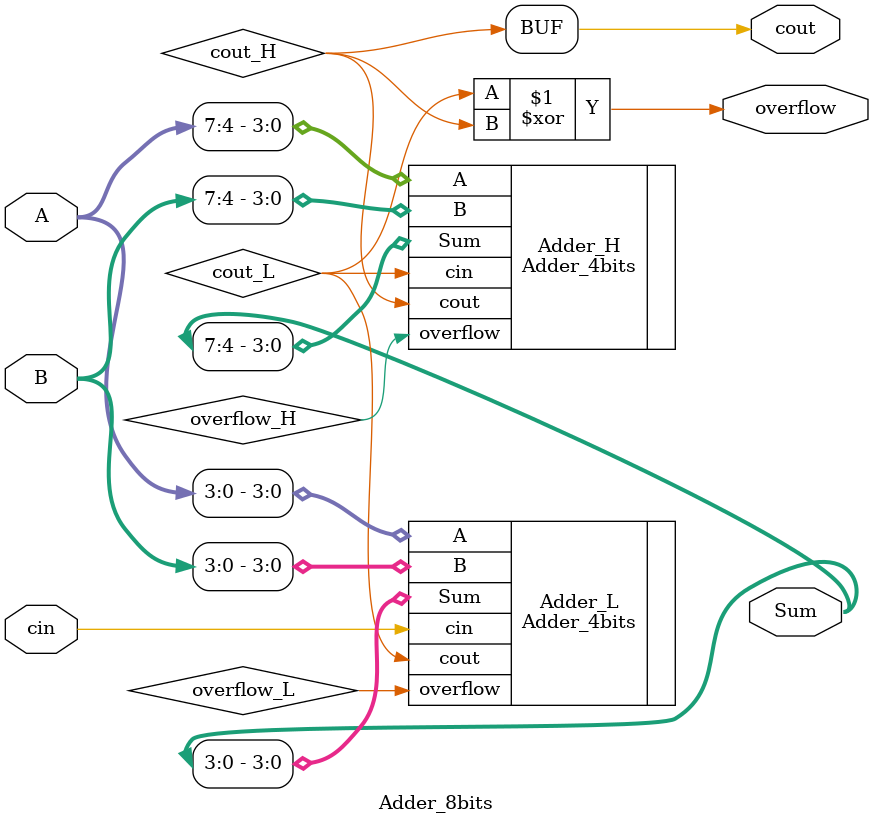
<source format=v>
module Adder_8bits(
	input [7:0] A, B,
	input cin,
	output [7:0] Sum,
	output cout,
	output overflow
);
	wire cout_L, cout_H;
	wire overflow_L, overflow_H;

	// Lower half
	Adder_4bits Adder_L (.A(A[3:0]), .B(B[3:0]), .cin(cin),
								.Sum(Sum[3:0]), .cout(cout_L), .overflow(overflow_L));

	// Upper half
	Adder_4bits Adder_H (.A(A[7:4]), .B(B[7:4]), .cin(cout_L),
								 .Sum(Sum[7:4]), .cout(cout_H), .overflow(overflow_H));

	// cout logic
	assign cout = cout_H;
	// overflow logic
	assign overflow = cout_L ^ cout_H;

endmodule

</source>
